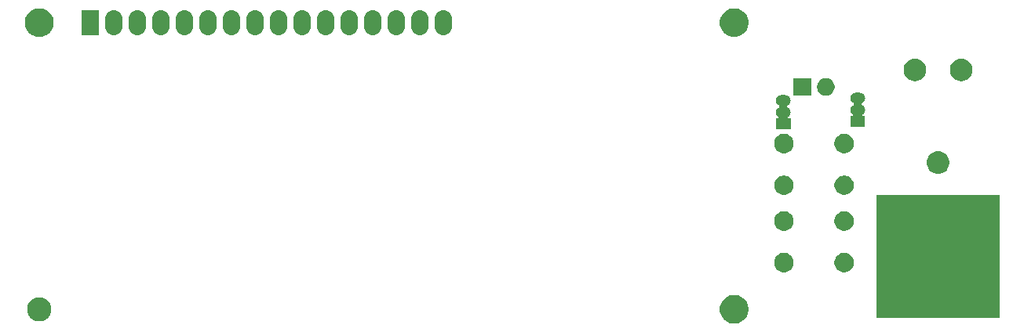
<source format=gbr>
G04 #@! TF.GenerationSoftware,KiCad,Pcbnew,5.1.5+dfsg1-2build2*
G04 #@! TF.CreationDate,2020-07-01T21:43:33+02:00*
G04 #@! TF.ProjectId,BaSe_HMI_V1_1,42615365-5f48-44d4-995f-56315f312e6b,V1_0*
G04 #@! TF.SameCoordinates,Original*
G04 #@! TF.FileFunction,Soldermask,Bot*
G04 #@! TF.FilePolarity,Negative*
%FSLAX46Y46*%
G04 Gerber Fmt 4.6, Leading zero omitted, Abs format (unit mm)*
G04 Created by KiCad (PCBNEW 5.1.5+dfsg1-2build2) date 2020-07-01 21:43:33*
%MOMM*%
%LPD*%
G04 APERTURE LIST*
%ADD10C,0.100000*%
G04 APERTURE END LIST*
D10*
G36*
X146106000Y-68613500D02*
G01*
X146106000Y-81913500D01*
X132806000Y-81913500D01*
X132806000Y-68613500D01*
X146106000Y-68613500D01*
G37*
G36*
X117802065Y-79479502D02*
G01*
X117951890Y-79509304D01*
X118234154Y-79626221D01*
X118488185Y-79795959D01*
X118704221Y-80011995D01*
X118873959Y-80266026D01*
X118990876Y-80548290D01*
X119050480Y-80847940D01*
X119050480Y-81153460D01*
X118990876Y-81453110D01*
X118873959Y-81735374D01*
X118704221Y-81989405D01*
X118488185Y-82205441D01*
X118234154Y-82375179D01*
X117951890Y-82492096D01*
X117802065Y-82521898D01*
X117652241Y-82551700D01*
X117346719Y-82551700D01*
X117196895Y-82521898D01*
X117047070Y-82492096D01*
X116764806Y-82375179D01*
X116510775Y-82205441D01*
X116294739Y-81989405D01*
X116125001Y-81735374D01*
X116008084Y-81453110D01*
X115948480Y-81153460D01*
X115948480Y-80847940D01*
X116008084Y-80548290D01*
X116125001Y-80266026D01*
X116294739Y-80011995D01*
X116510775Y-79795959D01*
X116764806Y-79626221D01*
X117047070Y-79509304D01*
X117196895Y-79479502D01*
X117346719Y-79449700D01*
X117652241Y-79449700D01*
X117802065Y-79479502D01*
G37*
G36*
X42880387Y-79749696D02*
G01*
X43117153Y-79847768D01*
X43117155Y-79847769D01*
X43186243Y-79893932D01*
X43330239Y-79990147D01*
X43511453Y-80171361D01*
X43653832Y-80384447D01*
X43751904Y-80621213D01*
X43801900Y-80872561D01*
X43801900Y-81128839D01*
X43751904Y-81380187D01*
X43721698Y-81453110D01*
X43653831Y-81616955D01*
X43511453Y-81830039D01*
X43330239Y-82011253D01*
X43117155Y-82153631D01*
X43117154Y-82153632D01*
X43117153Y-82153632D01*
X42880387Y-82251704D01*
X42629039Y-82301700D01*
X42372761Y-82301700D01*
X42121413Y-82251704D01*
X41884647Y-82153632D01*
X41884646Y-82153632D01*
X41884645Y-82153631D01*
X41671561Y-82011253D01*
X41490347Y-81830039D01*
X41347969Y-81616955D01*
X41280102Y-81453110D01*
X41249896Y-81380187D01*
X41199900Y-81128839D01*
X41199900Y-80872561D01*
X41249896Y-80621213D01*
X41347968Y-80384447D01*
X41490347Y-80171361D01*
X41671561Y-79990147D01*
X41815557Y-79893932D01*
X41884645Y-79847769D01*
X41884647Y-79847768D01*
X42121413Y-79749696D01*
X42372761Y-79699700D01*
X42629039Y-79699700D01*
X42880387Y-79749696D01*
G37*
G36*
X123161284Y-74944749D02*
G01*
X123352553Y-75023975D01*
X123352555Y-75023976D01*
X123524693Y-75138995D01*
X123671085Y-75285387D01*
X123786105Y-75457527D01*
X123865331Y-75648796D01*
X123905720Y-75851844D01*
X123905720Y-76058876D01*
X123865331Y-76261924D01*
X123786105Y-76453193D01*
X123786104Y-76453195D01*
X123671085Y-76625333D01*
X123524693Y-76771725D01*
X123352555Y-76886744D01*
X123352554Y-76886745D01*
X123352553Y-76886745D01*
X123161284Y-76965971D01*
X122958236Y-77006360D01*
X122751204Y-77006360D01*
X122548156Y-76965971D01*
X122356887Y-76886745D01*
X122356886Y-76886745D01*
X122356885Y-76886744D01*
X122184747Y-76771725D01*
X122038355Y-76625333D01*
X121923336Y-76453195D01*
X121923335Y-76453193D01*
X121844109Y-76261924D01*
X121803720Y-76058876D01*
X121803720Y-75851844D01*
X121844109Y-75648796D01*
X121923335Y-75457527D01*
X122038355Y-75285387D01*
X122184747Y-75138995D01*
X122356885Y-75023976D01*
X122356887Y-75023975D01*
X122548156Y-74944749D01*
X122751204Y-74904360D01*
X122958236Y-74904360D01*
X123161284Y-74944749D01*
G37*
G36*
X129661284Y-74944749D02*
G01*
X129852553Y-75023975D01*
X129852555Y-75023976D01*
X130024693Y-75138995D01*
X130171085Y-75285387D01*
X130286105Y-75457527D01*
X130365331Y-75648796D01*
X130405720Y-75851844D01*
X130405720Y-76058876D01*
X130365331Y-76261924D01*
X130286105Y-76453193D01*
X130286104Y-76453195D01*
X130171085Y-76625333D01*
X130024693Y-76771725D01*
X129852555Y-76886744D01*
X129852554Y-76886745D01*
X129852553Y-76886745D01*
X129661284Y-76965971D01*
X129458236Y-77006360D01*
X129251204Y-77006360D01*
X129048156Y-76965971D01*
X128856887Y-76886745D01*
X128856886Y-76886745D01*
X128856885Y-76886744D01*
X128684747Y-76771725D01*
X128538355Y-76625333D01*
X128423336Y-76453195D01*
X128423335Y-76453193D01*
X128344109Y-76261924D01*
X128303720Y-76058876D01*
X128303720Y-75851844D01*
X128344109Y-75648796D01*
X128423335Y-75457527D01*
X128538355Y-75285387D01*
X128684747Y-75138995D01*
X128856885Y-75023976D01*
X128856887Y-75023975D01*
X129048156Y-74944749D01*
X129251204Y-74904360D01*
X129458236Y-74904360D01*
X129661284Y-74944749D01*
G37*
G36*
X123161284Y-70444749D02*
G01*
X123352553Y-70523975D01*
X123352555Y-70523976D01*
X123524693Y-70638995D01*
X123671085Y-70785387D01*
X123786105Y-70957527D01*
X123865331Y-71148796D01*
X123905720Y-71351844D01*
X123905720Y-71558876D01*
X123865331Y-71761924D01*
X123786105Y-71953193D01*
X123786104Y-71953195D01*
X123671085Y-72125333D01*
X123524693Y-72271725D01*
X123352555Y-72386744D01*
X123352554Y-72386745D01*
X123352553Y-72386745D01*
X123161284Y-72465971D01*
X122958236Y-72506360D01*
X122751204Y-72506360D01*
X122548156Y-72465971D01*
X122356887Y-72386745D01*
X122356886Y-72386745D01*
X122356885Y-72386744D01*
X122184747Y-72271725D01*
X122038355Y-72125333D01*
X121923336Y-71953195D01*
X121923335Y-71953193D01*
X121844109Y-71761924D01*
X121803720Y-71558876D01*
X121803720Y-71351844D01*
X121844109Y-71148796D01*
X121923335Y-70957527D01*
X122038355Y-70785387D01*
X122184747Y-70638995D01*
X122356885Y-70523976D01*
X122356887Y-70523975D01*
X122548156Y-70444749D01*
X122751204Y-70404360D01*
X122958236Y-70404360D01*
X123161284Y-70444749D01*
G37*
G36*
X129661284Y-70444749D02*
G01*
X129852553Y-70523975D01*
X129852555Y-70523976D01*
X130024693Y-70638995D01*
X130171085Y-70785387D01*
X130286105Y-70957527D01*
X130365331Y-71148796D01*
X130405720Y-71351844D01*
X130405720Y-71558876D01*
X130365331Y-71761924D01*
X130286105Y-71953193D01*
X130286104Y-71953195D01*
X130171085Y-72125333D01*
X130024693Y-72271725D01*
X129852555Y-72386744D01*
X129852554Y-72386745D01*
X129852553Y-72386745D01*
X129661284Y-72465971D01*
X129458236Y-72506360D01*
X129251204Y-72506360D01*
X129048156Y-72465971D01*
X128856887Y-72386745D01*
X128856886Y-72386745D01*
X128856885Y-72386744D01*
X128684747Y-72271725D01*
X128538355Y-72125333D01*
X128423336Y-71953195D01*
X128423335Y-71953193D01*
X128344109Y-71761924D01*
X128303720Y-71558876D01*
X128303720Y-71351844D01*
X128344109Y-71148796D01*
X128423335Y-70957527D01*
X128538355Y-70785387D01*
X128684747Y-70638995D01*
X128856885Y-70523976D01*
X128856887Y-70523975D01*
X129048156Y-70444749D01*
X129251204Y-70404360D01*
X129458236Y-70404360D01*
X129661284Y-70444749D01*
G37*
G36*
X123161284Y-66567749D02*
G01*
X123352553Y-66646975D01*
X123352555Y-66646976D01*
X123524693Y-66761995D01*
X123671085Y-66908387D01*
X123786105Y-67080527D01*
X123865331Y-67271796D01*
X123905720Y-67474844D01*
X123905720Y-67681876D01*
X123865331Y-67884924D01*
X123786105Y-68076193D01*
X123786104Y-68076195D01*
X123671085Y-68248333D01*
X123524693Y-68394725D01*
X123352555Y-68509744D01*
X123352554Y-68509745D01*
X123352553Y-68509745D01*
X123161284Y-68588971D01*
X122958236Y-68629360D01*
X122751204Y-68629360D01*
X122548156Y-68588971D01*
X122356887Y-68509745D01*
X122356886Y-68509745D01*
X122356885Y-68509744D01*
X122184747Y-68394725D01*
X122038355Y-68248333D01*
X121923336Y-68076195D01*
X121923335Y-68076193D01*
X121844109Y-67884924D01*
X121803720Y-67681876D01*
X121803720Y-67474844D01*
X121844109Y-67271796D01*
X121923335Y-67080527D01*
X122038355Y-66908387D01*
X122184747Y-66761995D01*
X122356885Y-66646976D01*
X122356887Y-66646975D01*
X122548156Y-66567749D01*
X122751204Y-66527360D01*
X122958236Y-66527360D01*
X123161284Y-66567749D01*
G37*
G36*
X129661284Y-66567749D02*
G01*
X129852553Y-66646975D01*
X129852555Y-66646976D01*
X130024693Y-66761995D01*
X130171085Y-66908387D01*
X130286105Y-67080527D01*
X130365331Y-67271796D01*
X130405720Y-67474844D01*
X130405720Y-67681876D01*
X130365331Y-67884924D01*
X130286105Y-68076193D01*
X130286104Y-68076195D01*
X130171085Y-68248333D01*
X130024693Y-68394725D01*
X129852555Y-68509744D01*
X129852554Y-68509745D01*
X129852553Y-68509745D01*
X129661284Y-68588971D01*
X129458236Y-68629360D01*
X129251204Y-68629360D01*
X129048156Y-68588971D01*
X128856887Y-68509745D01*
X128856886Y-68509745D01*
X128856885Y-68509744D01*
X128684747Y-68394725D01*
X128538355Y-68248333D01*
X128423336Y-68076195D01*
X128423335Y-68076193D01*
X128344109Y-67884924D01*
X128303720Y-67681876D01*
X128303720Y-67474844D01*
X128344109Y-67271796D01*
X128423335Y-67080527D01*
X128538355Y-66908387D01*
X128684747Y-66761995D01*
X128856885Y-66646976D01*
X128856887Y-66646975D01*
X129048156Y-66567749D01*
X129251204Y-66527360D01*
X129458236Y-66527360D01*
X129661284Y-66567749D01*
G37*
G36*
X139724205Y-63920461D02*
G01*
X139842153Y-63943922D01*
X139934194Y-63982047D01*
X140064359Y-64035963D01*
X140264342Y-64169587D01*
X140434413Y-64339658D01*
X140568037Y-64539641D01*
X140660078Y-64761848D01*
X140707000Y-64997741D01*
X140707000Y-65238259D01*
X140660078Y-65474152D01*
X140568037Y-65696359D01*
X140434413Y-65896342D01*
X140264342Y-66066413D01*
X140064359Y-66200037D01*
X139934194Y-66253953D01*
X139842153Y-66292078D01*
X139724205Y-66315539D01*
X139606259Y-66339000D01*
X139365741Y-66339000D01*
X139247795Y-66315539D01*
X139129847Y-66292078D01*
X139037806Y-66253953D01*
X138907641Y-66200037D01*
X138707658Y-66066413D01*
X138537587Y-65896342D01*
X138403963Y-65696359D01*
X138311922Y-65474152D01*
X138265000Y-65238259D01*
X138265000Y-64997741D01*
X138311922Y-64761848D01*
X138403963Y-64539641D01*
X138537587Y-64339658D01*
X138707658Y-64169587D01*
X138907641Y-64035963D01*
X139037806Y-63982047D01*
X139129847Y-63943922D01*
X139247795Y-63920461D01*
X139365741Y-63897000D01*
X139606259Y-63897000D01*
X139724205Y-63920461D01*
G37*
G36*
X129661284Y-62067749D02*
G01*
X129852553Y-62146975D01*
X129852555Y-62146976D01*
X130024693Y-62261995D01*
X130171085Y-62408387D01*
X130286105Y-62580527D01*
X130365331Y-62771796D01*
X130405720Y-62974844D01*
X130405720Y-63181876D01*
X130365331Y-63384924D01*
X130286105Y-63576193D01*
X130286104Y-63576195D01*
X130171085Y-63748333D01*
X130024693Y-63894725D01*
X129852555Y-64009744D01*
X129852554Y-64009745D01*
X129852553Y-64009745D01*
X129661284Y-64088971D01*
X129458236Y-64129360D01*
X129251204Y-64129360D01*
X129048156Y-64088971D01*
X128856887Y-64009745D01*
X128856886Y-64009745D01*
X128856885Y-64009744D01*
X128684747Y-63894725D01*
X128538355Y-63748333D01*
X128423336Y-63576195D01*
X128423335Y-63576193D01*
X128344109Y-63384924D01*
X128303720Y-63181876D01*
X128303720Y-62974844D01*
X128344109Y-62771796D01*
X128423335Y-62580527D01*
X128538355Y-62408387D01*
X128684747Y-62261995D01*
X128856885Y-62146976D01*
X128856887Y-62146975D01*
X129048156Y-62067749D01*
X129251204Y-62027360D01*
X129458236Y-62027360D01*
X129661284Y-62067749D01*
G37*
G36*
X123161284Y-62067749D02*
G01*
X123352553Y-62146975D01*
X123352555Y-62146976D01*
X123524693Y-62261995D01*
X123671085Y-62408387D01*
X123786105Y-62580527D01*
X123865331Y-62771796D01*
X123905720Y-62974844D01*
X123905720Y-63181876D01*
X123865331Y-63384924D01*
X123786105Y-63576193D01*
X123786104Y-63576195D01*
X123671085Y-63748333D01*
X123524693Y-63894725D01*
X123352555Y-64009744D01*
X123352554Y-64009745D01*
X123352553Y-64009745D01*
X123161284Y-64088971D01*
X122958236Y-64129360D01*
X122751204Y-64129360D01*
X122548156Y-64088971D01*
X122356887Y-64009745D01*
X122356886Y-64009745D01*
X122356885Y-64009744D01*
X122184747Y-63894725D01*
X122038355Y-63748333D01*
X121923336Y-63576195D01*
X121923335Y-63576193D01*
X121844109Y-63384924D01*
X121803720Y-63181876D01*
X121803720Y-62974844D01*
X121844109Y-62771796D01*
X121923335Y-62580527D01*
X122038355Y-62408387D01*
X122184747Y-62261995D01*
X122356885Y-62146976D01*
X122356887Y-62146975D01*
X122548156Y-62067749D01*
X122751204Y-62027360D01*
X122958236Y-62027360D01*
X123161284Y-62067749D01*
G37*
G36*
X123107916Y-57852334D02*
G01*
X123216492Y-57885271D01*
X123216495Y-57885272D01*
X123252601Y-57904571D01*
X123316557Y-57938756D01*
X123404264Y-58010736D01*
X123476244Y-58098443D01*
X123510429Y-58162399D01*
X123529728Y-58198505D01*
X123529729Y-58198508D01*
X123562666Y-58307084D01*
X123573787Y-58420000D01*
X123562666Y-58532916D01*
X123529729Y-58641492D01*
X123529728Y-58641495D01*
X123526655Y-58647244D01*
X123476244Y-58741557D01*
X123404264Y-58829264D01*
X123316557Y-58901244D01*
X123235141Y-58944761D01*
X123214766Y-58958375D01*
X123197439Y-58975702D01*
X123183826Y-58996076D01*
X123174448Y-59018715D01*
X123169668Y-59042748D01*
X123169668Y-59067252D01*
X123174448Y-59091285D01*
X123183826Y-59113924D01*
X123197440Y-59134299D01*
X123214767Y-59151626D01*
X123235141Y-59165239D01*
X123316557Y-59208756D01*
X123404264Y-59280736D01*
X123476244Y-59368443D01*
X123510429Y-59432399D01*
X123529728Y-59468505D01*
X123529729Y-59468508D01*
X123562666Y-59577084D01*
X123573787Y-59690000D01*
X123562666Y-59802916D01*
X123529729Y-59911492D01*
X123529728Y-59911495D01*
X123526992Y-59916613D01*
X123476244Y-60011557D01*
X123404264Y-60099264D01*
X123327354Y-60162383D01*
X123310035Y-60179702D01*
X123296421Y-60200077D01*
X123287043Y-60222716D01*
X123282263Y-60246749D01*
X123282263Y-60271253D01*
X123287043Y-60295286D01*
X123296421Y-60317925D01*
X123310034Y-60338299D01*
X123327361Y-60355626D01*
X123347736Y-60369240D01*
X123370375Y-60378618D01*
X123394408Y-60383398D01*
X123406660Y-60384000D01*
X123571000Y-60384000D01*
X123571000Y-61536000D01*
X121969000Y-61536000D01*
X121969000Y-60384000D01*
X122133340Y-60384000D01*
X122157726Y-60381598D01*
X122181175Y-60374485D01*
X122202786Y-60362934D01*
X122221728Y-60347389D01*
X122237273Y-60328447D01*
X122248824Y-60306836D01*
X122255937Y-60283387D01*
X122258339Y-60259001D01*
X122255937Y-60234615D01*
X122248824Y-60211166D01*
X122237273Y-60189555D01*
X122221728Y-60170613D01*
X122212655Y-60162391D01*
X122135736Y-60099264D01*
X122063756Y-60011557D01*
X122013008Y-59916613D01*
X122010272Y-59911495D01*
X122010271Y-59911492D01*
X121977334Y-59802916D01*
X121966213Y-59690000D01*
X121977334Y-59577084D01*
X122010271Y-59468508D01*
X122010272Y-59468505D01*
X122029571Y-59432399D01*
X122063756Y-59368443D01*
X122135736Y-59280736D01*
X122223443Y-59208756D01*
X122304859Y-59165239D01*
X122325234Y-59151625D01*
X122342561Y-59134298D01*
X122356174Y-59113924D01*
X122365552Y-59091285D01*
X122370332Y-59067252D01*
X122370332Y-59042748D01*
X122365552Y-59018715D01*
X122356174Y-58996076D01*
X122342560Y-58975701D01*
X122325233Y-58958374D01*
X122304859Y-58944761D01*
X122223443Y-58901244D01*
X122135736Y-58829264D01*
X122063756Y-58741557D01*
X122013345Y-58647244D01*
X122010272Y-58641495D01*
X122010271Y-58641492D01*
X121977334Y-58532916D01*
X121966213Y-58420000D01*
X121977334Y-58307084D01*
X122010271Y-58198508D01*
X122010272Y-58198505D01*
X122029571Y-58162399D01*
X122063756Y-58098443D01*
X122135736Y-58010736D01*
X122223443Y-57938756D01*
X122287399Y-57904571D01*
X122323505Y-57885272D01*
X122323508Y-57885271D01*
X122432084Y-57852334D01*
X122516702Y-57844000D01*
X123023298Y-57844000D01*
X123107916Y-57852334D01*
G37*
G36*
X131147916Y-57598334D02*
G01*
X131256492Y-57631271D01*
X131256495Y-57631272D01*
X131292601Y-57650571D01*
X131356557Y-57684756D01*
X131444264Y-57756736D01*
X131516244Y-57844443D01*
X131538067Y-57885272D01*
X131569728Y-57944505D01*
X131569729Y-57944508D01*
X131602666Y-58053084D01*
X131613787Y-58166000D01*
X131602666Y-58278916D01*
X131569729Y-58387492D01*
X131569728Y-58387495D01*
X131552353Y-58420000D01*
X131516244Y-58487557D01*
X131444264Y-58575264D01*
X131356557Y-58647244D01*
X131275141Y-58690761D01*
X131254766Y-58704375D01*
X131237439Y-58721702D01*
X131223826Y-58742076D01*
X131214448Y-58764715D01*
X131209668Y-58788748D01*
X131209668Y-58813252D01*
X131214448Y-58837285D01*
X131223826Y-58859924D01*
X131237440Y-58880299D01*
X131254767Y-58897626D01*
X131275141Y-58911239D01*
X131356557Y-58954756D01*
X131444264Y-59026736D01*
X131516244Y-59114443D01*
X131550429Y-59178399D01*
X131569728Y-59214505D01*
X131569729Y-59214508D01*
X131602666Y-59323084D01*
X131613787Y-59436000D01*
X131602666Y-59548916D01*
X131569729Y-59657492D01*
X131569728Y-59657495D01*
X131552353Y-59690000D01*
X131516244Y-59757557D01*
X131444264Y-59845264D01*
X131367354Y-59908383D01*
X131350035Y-59925702D01*
X131336421Y-59946077D01*
X131327043Y-59968716D01*
X131322263Y-59992749D01*
X131322263Y-60017253D01*
X131327043Y-60041286D01*
X131336421Y-60063925D01*
X131350034Y-60084299D01*
X131367361Y-60101626D01*
X131387736Y-60115240D01*
X131410375Y-60124618D01*
X131434408Y-60129398D01*
X131446660Y-60130000D01*
X131611000Y-60130000D01*
X131611000Y-61282000D01*
X130009000Y-61282000D01*
X130009000Y-60130000D01*
X130173340Y-60130000D01*
X130197726Y-60127598D01*
X130221175Y-60120485D01*
X130242786Y-60108934D01*
X130261728Y-60093389D01*
X130277273Y-60074447D01*
X130288824Y-60052836D01*
X130295937Y-60029387D01*
X130298339Y-60005001D01*
X130295937Y-59980615D01*
X130288824Y-59957166D01*
X130277273Y-59935555D01*
X130261728Y-59916613D01*
X130252655Y-59908391D01*
X130175736Y-59845264D01*
X130103756Y-59757557D01*
X130067647Y-59690000D01*
X130050272Y-59657495D01*
X130050271Y-59657492D01*
X130017334Y-59548916D01*
X130006213Y-59436000D01*
X130017334Y-59323084D01*
X130050271Y-59214508D01*
X130050272Y-59214505D01*
X130069571Y-59178399D01*
X130103756Y-59114443D01*
X130175736Y-59026736D01*
X130263443Y-58954756D01*
X130344859Y-58911239D01*
X130365234Y-58897625D01*
X130382561Y-58880298D01*
X130396174Y-58859924D01*
X130405552Y-58837285D01*
X130410332Y-58813252D01*
X130410332Y-58788748D01*
X130405552Y-58764715D01*
X130396174Y-58742076D01*
X130382560Y-58721701D01*
X130365233Y-58704374D01*
X130344859Y-58690761D01*
X130263443Y-58647244D01*
X130175736Y-58575264D01*
X130103756Y-58487557D01*
X130067647Y-58420000D01*
X130050272Y-58387495D01*
X130050271Y-58387492D01*
X130017334Y-58278916D01*
X130006213Y-58166000D01*
X130017334Y-58053084D01*
X130050271Y-57944508D01*
X130050272Y-57944505D01*
X130081933Y-57885272D01*
X130103756Y-57844443D01*
X130175736Y-57756736D01*
X130263443Y-57684756D01*
X130327399Y-57650571D01*
X130363505Y-57631272D01*
X130363508Y-57631271D01*
X130472084Y-57598334D01*
X130556702Y-57590000D01*
X131063298Y-57590000D01*
X131147916Y-57598334D01*
G37*
G36*
X125784380Y-57910500D02*
G01*
X123882380Y-57910500D01*
X123882380Y-56008500D01*
X125784380Y-56008500D01*
X125784380Y-57910500D01*
G37*
G36*
X127650775Y-56045046D02*
G01*
X127823846Y-56116734D01*
X127823847Y-56116735D01*
X127979607Y-56220810D01*
X128112070Y-56353273D01*
X128112071Y-56353275D01*
X128216146Y-56509034D01*
X128287834Y-56682105D01*
X128324380Y-56865833D01*
X128324380Y-57053167D01*
X128287834Y-57236895D01*
X128216146Y-57409966D01*
X128216145Y-57409967D01*
X128112070Y-57565727D01*
X127979607Y-57698190D01*
X127901198Y-57750581D01*
X127823846Y-57802266D01*
X127650775Y-57873954D01*
X127467047Y-57910500D01*
X127279713Y-57910500D01*
X127095985Y-57873954D01*
X126922914Y-57802266D01*
X126845562Y-57750581D01*
X126767153Y-57698190D01*
X126634690Y-57565727D01*
X126530615Y-57409967D01*
X126530614Y-57409966D01*
X126458926Y-57236895D01*
X126422380Y-57053167D01*
X126422380Y-56865833D01*
X126458926Y-56682105D01*
X126530614Y-56509034D01*
X126634689Y-56353275D01*
X126634690Y-56353273D01*
X126767153Y-56220810D01*
X126922913Y-56116735D01*
X126922914Y-56116734D01*
X127095985Y-56045046D01*
X127279713Y-56008500D01*
X127467047Y-56008500D01*
X127650775Y-56045046D01*
G37*
G36*
X137224205Y-53920461D02*
G01*
X137342153Y-53943922D01*
X137434194Y-53982047D01*
X137564359Y-54035963D01*
X137764342Y-54169587D01*
X137934413Y-54339658D01*
X138068037Y-54539641D01*
X138160078Y-54761848D01*
X138207000Y-54997741D01*
X138207000Y-55238259D01*
X138160078Y-55474152D01*
X138068037Y-55696359D01*
X137934413Y-55896342D01*
X137764342Y-56066413D01*
X137564359Y-56200037D01*
X137514208Y-56220810D01*
X137342153Y-56292078D01*
X137224205Y-56315539D01*
X137106259Y-56339000D01*
X136865741Y-56339000D01*
X136747795Y-56315539D01*
X136629847Y-56292078D01*
X136457792Y-56220810D01*
X136407641Y-56200037D01*
X136207658Y-56066413D01*
X136037587Y-55896342D01*
X135903963Y-55696359D01*
X135811922Y-55474152D01*
X135765000Y-55238259D01*
X135765000Y-54997741D01*
X135811922Y-54761848D01*
X135903963Y-54539641D01*
X136037587Y-54339658D01*
X136207658Y-54169587D01*
X136407641Y-54035963D01*
X136537806Y-53982047D01*
X136629847Y-53943922D01*
X136747795Y-53920461D01*
X136865741Y-53897000D01*
X137106259Y-53897000D01*
X137224205Y-53920461D01*
G37*
G36*
X142224205Y-53920461D02*
G01*
X142342153Y-53943922D01*
X142434194Y-53982047D01*
X142564359Y-54035963D01*
X142764342Y-54169587D01*
X142934413Y-54339658D01*
X143068037Y-54539641D01*
X143160078Y-54761848D01*
X143207000Y-54997741D01*
X143207000Y-55238259D01*
X143160078Y-55474152D01*
X143068037Y-55696359D01*
X142934413Y-55896342D01*
X142764342Y-56066413D01*
X142564359Y-56200037D01*
X142514208Y-56220810D01*
X142342153Y-56292078D01*
X142224205Y-56315539D01*
X142106259Y-56339000D01*
X141865741Y-56339000D01*
X141747795Y-56315539D01*
X141629847Y-56292078D01*
X141457792Y-56220810D01*
X141407641Y-56200037D01*
X141207658Y-56066413D01*
X141037587Y-55896342D01*
X140903963Y-55696359D01*
X140811922Y-55474152D01*
X140765000Y-55238259D01*
X140765000Y-54997741D01*
X140811922Y-54761848D01*
X140903963Y-54539641D01*
X141037587Y-54339658D01*
X141207658Y-54169587D01*
X141407641Y-54035963D01*
X141537806Y-53982047D01*
X141629847Y-53943922D01*
X141747795Y-53920461D01*
X141865741Y-53897000D01*
X142106259Y-53897000D01*
X142224205Y-53920461D01*
G37*
G36*
X42803485Y-48478802D02*
G01*
X42953310Y-48508604D01*
X43235574Y-48625521D01*
X43489605Y-48795259D01*
X43705641Y-49011295D01*
X43875379Y-49265326D01*
X43992296Y-49547590D01*
X44051900Y-49847240D01*
X44051900Y-50152760D01*
X43992296Y-50452410D01*
X43875379Y-50734674D01*
X43705641Y-50988705D01*
X43489605Y-51204741D01*
X43235574Y-51374479D01*
X42953310Y-51491396D01*
X42803485Y-51521198D01*
X42653661Y-51551000D01*
X42348139Y-51551000D01*
X42198315Y-51521198D01*
X42048490Y-51491396D01*
X41766226Y-51374479D01*
X41512195Y-51204741D01*
X41296159Y-50988705D01*
X41126421Y-50734674D01*
X41009504Y-50452410D01*
X40949900Y-50152760D01*
X40949900Y-49847240D01*
X41009504Y-49547590D01*
X41126421Y-49265326D01*
X41296159Y-49011295D01*
X41512195Y-48795259D01*
X41766226Y-48625521D01*
X42048490Y-48508604D01*
X42198315Y-48478802D01*
X42348139Y-48449000D01*
X42653661Y-48449000D01*
X42803485Y-48478802D01*
G37*
G36*
X117802585Y-48478802D02*
G01*
X117952410Y-48508604D01*
X118234674Y-48625521D01*
X118488705Y-48795259D01*
X118704741Y-49011295D01*
X118874479Y-49265326D01*
X118991396Y-49547590D01*
X119051000Y-49847240D01*
X119051000Y-50152760D01*
X118991396Y-50452410D01*
X118874479Y-50734674D01*
X118704741Y-50988705D01*
X118488705Y-51204741D01*
X118234674Y-51374479D01*
X117952410Y-51491396D01*
X117802585Y-51521198D01*
X117652761Y-51551000D01*
X117347239Y-51551000D01*
X117197415Y-51521198D01*
X117047590Y-51491396D01*
X116765326Y-51374479D01*
X116511295Y-51204741D01*
X116295259Y-50988705D01*
X116125521Y-50734674D01*
X116008604Y-50452410D01*
X115949000Y-50152760D01*
X115949000Y-49847240D01*
X116008604Y-49547590D01*
X116125521Y-49265326D01*
X116295259Y-49011295D01*
X116511295Y-48795259D01*
X116765326Y-48625521D01*
X117047590Y-48508604D01*
X117197415Y-48478802D01*
X117347239Y-48449000D01*
X117652761Y-48449000D01*
X117802585Y-48478802D01*
G37*
G36*
X78666424Y-48662760D02*
G01*
X78666427Y-48662761D01*
X78666428Y-48662761D01*
X78845692Y-48717140D01*
X78845695Y-48717142D01*
X78845696Y-48717142D01*
X79010903Y-48805446D01*
X79155712Y-48924288D01*
X79274554Y-49069097D01*
X79309044Y-49133624D01*
X79362860Y-49234307D01*
X79382832Y-49300147D01*
X79417240Y-49413575D01*
X79431000Y-49553282D01*
X79431000Y-50446717D01*
X79417240Y-50586426D01*
X79362859Y-50765695D01*
X79274554Y-50930903D01*
X79155712Y-51075712D01*
X79010903Y-51194554D01*
X78845697Y-51282858D01*
X78845693Y-51282860D01*
X78666429Y-51337239D01*
X78666428Y-51337239D01*
X78666425Y-51337240D01*
X78480000Y-51355601D01*
X78293576Y-51337240D01*
X78293573Y-51337239D01*
X78293572Y-51337239D01*
X78114308Y-51282860D01*
X78114304Y-51282858D01*
X77949098Y-51194554D01*
X77804289Y-51075712D01*
X77685447Y-50930903D01*
X77597140Y-50765692D01*
X77542760Y-50586430D01*
X77529000Y-50446718D01*
X77529000Y-49553283D01*
X77542760Y-49413576D01*
X77542761Y-49413572D01*
X77597140Y-49234308D01*
X77597143Y-49234303D01*
X77685446Y-49069097D01*
X77804288Y-48924288D01*
X77949097Y-48805446D01*
X78114303Y-48717142D01*
X78114304Y-48717142D01*
X78114307Y-48717140D01*
X78293571Y-48662761D01*
X78293572Y-48662761D01*
X78293575Y-48662760D01*
X78480000Y-48644399D01*
X78666424Y-48662760D01*
G37*
G36*
X86286424Y-48662760D02*
G01*
X86286427Y-48662761D01*
X86286428Y-48662761D01*
X86465692Y-48717140D01*
X86465695Y-48717142D01*
X86465696Y-48717142D01*
X86630903Y-48805446D01*
X86775712Y-48924288D01*
X86894554Y-49069097D01*
X86929044Y-49133624D01*
X86982860Y-49234307D01*
X87002832Y-49300147D01*
X87037240Y-49413575D01*
X87051000Y-49553282D01*
X87051000Y-50446717D01*
X87037240Y-50586426D01*
X86982859Y-50765695D01*
X86894554Y-50930903D01*
X86775712Y-51075712D01*
X86630903Y-51194554D01*
X86465697Y-51282858D01*
X86465693Y-51282860D01*
X86286429Y-51337239D01*
X86286428Y-51337239D01*
X86286425Y-51337240D01*
X86100000Y-51355601D01*
X85913576Y-51337240D01*
X85913573Y-51337239D01*
X85913572Y-51337239D01*
X85734308Y-51282860D01*
X85734304Y-51282858D01*
X85569098Y-51194554D01*
X85424289Y-51075712D01*
X85305447Y-50930903D01*
X85217140Y-50765692D01*
X85162760Y-50586430D01*
X85149000Y-50446718D01*
X85149000Y-49553283D01*
X85162760Y-49413576D01*
X85162761Y-49413572D01*
X85217140Y-49234308D01*
X85217143Y-49234303D01*
X85305446Y-49069097D01*
X85424288Y-48924288D01*
X85569097Y-48805446D01*
X85734303Y-48717142D01*
X85734304Y-48717142D01*
X85734307Y-48717140D01*
X85913571Y-48662761D01*
X85913572Y-48662761D01*
X85913575Y-48662760D01*
X86100000Y-48644399D01*
X86286424Y-48662760D01*
G37*
G36*
X83746424Y-48662760D02*
G01*
X83746427Y-48662761D01*
X83746428Y-48662761D01*
X83925692Y-48717140D01*
X83925695Y-48717142D01*
X83925696Y-48717142D01*
X84090903Y-48805446D01*
X84235712Y-48924288D01*
X84354554Y-49069097D01*
X84389044Y-49133624D01*
X84442860Y-49234307D01*
X84462832Y-49300147D01*
X84497240Y-49413575D01*
X84511000Y-49553282D01*
X84511000Y-50446717D01*
X84497240Y-50586426D01*
X84442859Y-50765695D01*
X84354554Y-50930903D01*
X84235712Y-51075712D01*
X84090903Y-51194554D01*
X83925697Y-51282858D01*
X83925693Y-51282860D01*
X83746429Y-51337239D01*
X83746428Y-51337239D01*
X83746425Y-51337240D01*
X83560000Y-51355601D01*
X83373576Y-51337240D01*
X83373573Y-51337239D01*
X83373572Y-51337239D01*
X83194308Y-51282860D01*
X83194304Y-51282858D01*
X83029098Y-51194554D01*
X82884289Y-51075712D01*
X82765447Y-50930903D01*
X82677140Y-50765692D01*
X82622760Y-50586430D01*
X82609000Y-50446718D01*
X82609000Y-49553283D01*
X82622760Y-49413576D01*
X82622761Y-49413572D01*
X82677140Y-49234308D01*
X82677143Y-49234303D01*
X82765446Y-49069097D01*
X82884288Y-48924288D01*
X83029097Y-48805446D01*
X83194303Y-48717142D01*
X83194304Y-48717142D01*
X83194307Y-48717140D01*
X83373571Y-48662761D01*
X83373572Y-48662761D01*
X83373575Y-48662760D01*
X83560000Y-48644399D01*
X83746424Y-48662760D01*
G37*
G36*
X81206424Y-48662760D02*
G01*
X81206427Y-48662761D01*
X81206428Y-48662761D01*
X81385692Y-48717140D01*
X81385695Y-48717142D01*
X81385696Y-48717142D01*
X81550903Y-48805446D01*
X81695712Y-48924288D01*
X81814554Y-49069097D01*
X81849044Y-49133624D01*
X81902860Y-49234307D01*
X81922832Y-49300147D01*
X81957240Y-49413575D01*
X81971000Y-49553282D01*
X81971000Y-50446717D01*
X81957240Y-50586426D01*
X81902859Y-50765695D01*
X81814554Y-50930903D01*
X81695712Y-51075712D01*
X81550903Y-51194554D01*
X81385697Y-51282858D01*
X81385693Y-51282860D01*
X81206429Y-51337239D01*
X81206428Y-51337239D01*
X81206425Y-51337240D01*
X81020000Y-51355601D01*
X80833576Y-51337240D01*
X80833573Y-51337239D01*
X80833572Y-51337239D01*
X80654308Y-51282860D01*
X80654304Y-51282858D01*
X80489098Y-51194554D01*
X80344289Y-51075712D01*
X80225447Y-50930903D01*
X80137140Y-50765692D01*
X80082760Y-50586430D01*
X80069000Y-50446718D01*
X80069000Y-49553283D01*
X80082760Y-49413576D01*
X80082761Y-49413572D01*
X80137140Y-49234308D01*
X80137143Y-49234303D01*
X80225446Y-49069097D01*
X80344288Y-48924288D01*
X80489097Y-48805446D01*
X80654303Y-48717142D01*
X80654304Y-48717142D01*
X80654307Y-48717140D01*
X80833571Y-48662761D01*
X80833572Y-48662761D01*
X80833575Y-48662760D01*
X81020000Y-48644399D01*
X81206424Y-48662760D01*
G37*
G36*
X50726424Y-48662760D02*
G01*
X50726427Y-48662761D01*
X50726428Y-48662761D01*
X50905692Y-48717140D01*
X50905695Y-48717142D01*
X50905696Y-48717142D01*
X51070903Y-48805446D01*
X51215712Y-48924288D01*
X51334554Y-49069097D01*
X51369044Y-49133624D01*
X51422860Y-49234307D01*
X51442832Y-49300147D01*
X51477240Y-49413575D01*
X51491000Y-49553282D01*
X51491000Y-50446717D01*
X51477240Y-50586426D01*
X51422859Y-50765695D01*
X51334554Y-50930903D01*
X51215712Y-51075712D01*
X51070903Y-51194554D01*
X50905697Y-51282858D01*
X50905693Y-51282860D01*
X50726429Y-51337239D01*
X50726428Y-51337239D01*
X50726425Y-51337240D01*
X50540000Y-51355601D01*
X50353576Y-51337240D01*
X50353573Y-51337239D01*
X50353572Y-51337239D01*
X50174308Y-51282860D01*
X50174304Y-51282858D01*
X50009098Y-51194554D01*
X49864289Y-51075712D01*
X49745447Y-50930903D01*
X49657140Y-50765692D01*
X49602760Y-50586430D01*
X49589000Y-50446718D01*
X49589000Y-49553283D01*
X49602760Y-49413576D01*
X49602761Y-49413572D01*
X49657140Y-49234308D01*
X49657143Y-49234303D01*
X49745446Y-49069097D01*
X49864288Y-48924288D01*
X50009097Y-48805446D01*
X50174303Y-48717142D01*
X50174304Y-48717142D01*
X50174307Y-48717140D01*
X50353571Y-48662761D01*
X50353572Y-48662761D01*
X50353575Y-48662760D01*
X50540000Y-48644399D01*
X50726424Y-48662760D01*
G37*
G36*
X53266424Y-48662760D02*
G01*
X53266427Y-48662761D01*
X53266428Y-48662761D01*
X53445692Y-48717140D01*
X53445695Y-48717142D01*
X53445696Y-48717142D01*
X53610903Y-48805446D01*
X53755712Y-48924288D01*
X53874554Y-49069097D01*
X53909044Y-49133624D01*
X53962860Y-49234307D01*
X53982832Y-49300147D01*
X54017240Y-49413575D01*
X54031000Y-49553282D01*
X54031000Y-50446717D01*
X54017240Y-50586426D01*
X53962859Y-50765695D01*
X53874554Y-50930903D01*
X53755712Y-51075712D01*
X53610903Y-51194554D01*
X53445697Y-51282858D01*
X53445693Y-51282860D01*
X53266429Y-51337239D01*
X53266428Y-51337239D01*
X53266425Y-51337240D01*
X53080000Y-51355601D01*
X52893576Y-51337240D01*
X52893573Y-51337239D01*
X52893572Y-51337239D01*
X52714308Y-51282860D01*
X52714304Y-51282858D01*
X52549098Y-51194554D01*
X52404289Y-51075712D01*
X52285447Y-50930903D01*
X52197140Y-50765692D01*
X52142760Y-50586430D01*
X52129000Y-50446718D01*
X52129000Y-49553283D01*
X52142760Y-49413576D01*
X52142761Y-49413572D01*
X52197140Y-49234308D01*
X52197143Y-49234303D01*
X52285446Y-49069097D01*
X52404288Y-48924288D01*
X52549097Y-48805446D01*
X52714303Y-48717142D01*
X52714304Y-48717142D01*
X52714307Y-48717140D01*
X52893571Y-48662761D01*
X52893572Y-48662761D01*
X52893575Y-48662760D01*
X53080000Y-48644399D01*
X53266424Y-48662760D01*
G37*
G36*
X55806424Y-48662760D02*
G01*
X55806427Y-48662761D01*
X55806428Y-48662761D01*
X55985692Y-48717140D01*
X55985695Y-48717142D01*
X55985696Y-48717142D01*
X56150903Y-48805446D01*
X56295712Y-48924288D01*
X56414554Y-49069097D01*
X56449044Y-49133624D01*
X56502860Y-49234307D01*
X56522832Y-49300147D01*
X56557240Y-49413575D01*
X56571000Y-49553282D01*
X56571000Y-50446717D01*
X56557240Y-50586426D01*
X56502859Y-50765695D01*
X56414554Y-50930903D01*
X56295712Y-51075712D01*
X56150903Y-51194554D01*
X55985697Y-51282858D01*
X55985693Y-51282860D01*
X55806429Y-51337239D01*
X55806428Y-51337239D01*
X55806425Y-51337240D01*
X55620000Y-51355601D01*
X55433576Y-51337240D01*
X55433573Y-51337239D01*
X55433572Y-51337239D01*
X55254308Y-51282860D01*
X55254304Y-51282858D01*
X55089098Y-51194554D01*
X54944289Y-51075712D01*
X54825447Y-50930903D01*
X54737140Y-50765692D01*
X54682760Y-50586430D01*
X54669000Y-50446718D01*
X54669000Y-49553283D01*
X54682760Y-49413576D01*
X54682761Y-49413572D01*
X54737140Y-49234308D01*
X54737143Y-49234303D01*
X54825446Y-49069097D01*
X54944288Y-48924288D01*
X55089097Y-48805446D01*
X55254303Y-48717142D01*
X55254304Y-48717142D01*
X55254307Y-48717140D01*
X55433571Y-48662761D01*
X55433572Y-48662761D01*
X55433575Y-48662760D01*
X55620000Y-48644399D01*
X55806424Y-48662760D01*
G37*
G36*
X58346424Y-48662760D02*
G01*
X58346427Y-48662761D01*
X58346428Y-48662761D01*
X58525692Y-48717140D01*
X58525695Y-48717142D01*
X58525696Y-48717142D01*
X58690903Y-48805446D01*
X58835712Y-48924288D01*
X58954554Y-49069097D01*
X58989044Y-49133624D01*
X59042860Y-49234307D01*
X59062832Y-49300147D01*
X59097240Y-49413575D01*
X59111000Y-49553282D01*
X59111000Y-50446717D01*
X59097240Y-50586426D01*
X59042859Y-50765695D01*
X58954554Y-50930903D01*
X58835712Y-51075712D01*
X58690903Y-51194554D01*
X58525697Y-51282858D01*
X58525693Y-51282860D01*
X58346429Y-51337239D01*
X58346428Y-51337239D01*
X58346425Y-51337240D01*
X58160000Y-51355601D01*
X57973576Y-51337240D01*
X57973573Y-51337239D01*
X57973572Y-51337239D01*
X57794308Y-51282860D01*
X57794304Y-51282858D01*
X57629098Y-51194554D01*
X57484289Y-51075712D01*
X57365447Y-50930903D01*
X57277140Y-50765692D01*
X57222760Y-50586430D01*
X57209000Y-50446718D01*
X57209000Y-49553283D01*
X57222760Y-49413576D01*
X57222761Y-49413572D01*
X57277140Y-49234308D01*
X57277143Y-49234303D01*
X57365446Y-49069097D01*
X57484288Y-48924288D01*
X57629097Y-48805446D01*
X57794303Y-48717142D01*
X57794304Y-48717142D01*
X57794307Y-48717140D01*
X57973571Y-48662761D01*
X57973572Y-48662761D01*
X57973575Y-48662760D01*
X58160000Y-48644399D01*
X58346424Y-48662760D01*
G37*
G36*
X60886424Y-48662760D02*
G01*
X60886427Y-48662761D01*
X60886428Y-48662761D01*
X61065692Y-48717140D01*
X61065695Y-48717142D01*
X61065696Y-48717142D01*
X61230903Y-48805446D01*
X61375712Y-48924288D01*
X61494554Y-49069097D01*
X61529044Y-49133624D01*
X61582860Y-49234307D01*
X61602832Y-49300147D01*
X61637240Y-49413575D01*
X61651000Y-49553282D01*
X61651000Y-50446717D01*
X61637240Y-50586426D01*
X61582859Y-50765695D01*
X61494554Y-50930903D01*
X61375712Y-51075712D01*
X61230903Y-51194554D01*
X61065697Y-51282858D01*
X61065693Y-51282860D01*
X60886429Y-51337239D01*
X60886428Y-51337239D01*
X60886425Y-51337240D01*
X60700000Y-51355601D01*
X60513576Y-51337240D01*
X60513573Y-51337239D01*
X60513572Y-51337239D01*
X60334308Y-51282860D01*
X60334304Y-51282858D01*
X60169098Y-51194554D01*
X60024289Y-51075712D01*
X59905447Y-50930903D01*
X59817140Y-50765692D01*
X59762760Y-50586430D01*
X59749000Y-50446718D01*
X59749000Y-49553283D01*
X59762760Y-49413576D01*
X59762761Y-49413572D01*
X59817140Y-49234308D01*
X59817143Y-49234303D01*
X59905446Y-49069097D01*
X60024288Y-48924288D01*
X60169097Y-48805446D01*
X60334303Y-48717142D01*
X60334304Y-48717142D01*
X60334307Y-48717140D01*
X60513571Y-48662761D01*
X60513572Y-48662761D01*
X60513575Y-48662760D01*
X60700000Y-48644399D01*
X60886424Y-48662760D01*
G37*
G36*
X63426424Y-48662760D02*
G01*
X63426427Y-48662761D01*
X63426428Y-48662761D01*
X63605692Y-48717140D01*
X63605695Y-48717142D01*
X63605696Y-48717142D01*
X63770903Y-48805446D01*
X63915712Y-48924288D01*
X64034554Y-49069097D01*
X64069044Y-49133624D01*
X64122860Y-49234307D01*
X64142832Y-49300147D01*
X64177240Y-49413575D01*
X64191000Y-49553282D01*
X64191000Y-50446717D01*
X64177240Y-50586426D01*
X64122859Y-50765695D01*
X64034554Y-50930903D01*
X63915712Y-51075712D01*
X63770903Y-51194554D01*
X63605697Y-51282858D01*
X63605693Y-51282860D01*
X63426429Y-51337239D01*
X63426428Y-51337239D01*
X63426425Y-51337240D01*
X63240000Y-51355601D01*
X63053576Y-51337240D01*
X63053573Y-51337239D01*
X63053572Y-51337239D01*
X62874308Y-51282860D01*
X62874304Y-51282858D01*
X62709098Y-51194554D01*
X62564289Y-51075712D01*
X62445447Y-50930903D01*
X62357140Y-50765692D01*
X62302760Y-50586430D01*
X62289000Y-50446718D01*
X62289000Y-49553283D01*
X62302760Y-49413576D01*
X62302761Y-49413572D01*
X62357140Y-49234308D01*
X62357143Y-49234303D01*
X62445446Y-49069097D01*
X62564288Y-48924288D01*
X62709097Y-48805446D01*
X62874303Y-48717142D01*
X62874304Y-48717142D01*
X62874307Y-48717140D01*
X63053571Y-48662761D01*
X63053572Y-48662761D01*
X63053575Y-48662760D01*
X63240000Y-48644399D01*
X63426424Y-48662760D01*
G37*
G36*
X65966424Y-48662760D02*
G01*
X65966427Y-48662761D01*
X65966428Y-48662761D01*
X66145692Y-48717140D01*
X66145695Y-48717142D01*
X66145696Y-48717142D01*
X66310903Y-48805446D01*
X66455712Y-48924288D01*
X66574554Y-49069097D01*
X66609044Y-49133624D01*
X66662860Y-49234307D01*
X66682832Y-49300147D01*
X66717240Y-49413575D01*
X66731000Y-49553282D01*
X66731000Y-50446717D01*
X66717240Y-50586426D01*
X66662859Y-50765695D01*
X66574554Y-50930903D01*
X66455712Y-51075712D01*
X66310903Y-51194554D01*
X66145697Y-51282858D01*
X66145693Y-51282860D01*
X65966429Y-51337239D01*
X65966428Y-51337239D01*
X65966425Y-51337240D01*
X65780000Y-51355601D01*
X65593576Y-51337240D01*
X65593573Y-51337239D01*
X65593572Y-51337239D01*
X65414308Y-51282860D01*
X65414304Y-51282858D01*
X65249098Y-51194554D01*
X65104289Y-51075712D01*
X64985447Y-50930903D01*
X64897140Y-50765692D01*
X64842760Y-50586430D01*
X64829000Y-50446718D01*
X64829000Y-49553283D01*
X64842760Y-49413576D01*
X64842761Y-49413572D01*
X64897140Y-49234308D01*
X64897143Y-49234303D01*
X64985446Y-49069097D01*
X65104288Y-48924288D01*
X65249097Y-48805446D01*
X65414303Y-48717142D01*
X65414304Y-48717142D01*
X65414307Y-48717140D01*
X65593571Y-48662761D01*
X65593572Y-48662761D01*
X65593575Y-48662760D01*
X65780000Y-48644399D01*
X65966424Y-48662760D01*
G37*
G36*
X68506424Y-48662760D02*
G01*
X68506427Y-48662761D01*
X68506428Y-48662761D01*
X68685692Y-48717140D01*
X68685695Y-48717142D01*
X68685696Y-48717142D01*
X68850903Y-48805446D01*
X68995712Y-48924288D01*
X69114554Y-49069097D01*
X69149044Y-49133624D01*
X69202860Y-49234307D01*
X69222832Y-49300147D01*
X69257240Y-49413575D01*
X69271000Y-49553282D01*
X69271000Y-50446717D01*
X69257240Y-50586426D01*
X69202859Y-50765695D01*
X69114554Y-50930903D01*
X68995712Y-51075712D01*
X68850903Y-51194554D01*
X68685697Y-51282858D01*
X68685693Y-51282860D01*
X68506429Y-51337239D01*
X68506428Y-51337239D01*
X68506425Y-51337240D01*
X68320000Y-51355601D01*
X68133576Y-51337240D01*
X68133573Y-51337239D01*
X68133572Y-51337239D01*
X67954308Y-51282860D01*
X67954304Y-51282858D01*
X67789098Y-51194554D01*
X67644289Y-51075712D01*
X67525447Y-50930903D01*
X67437140Y-50765692D01*
X67382760Y-50586430D01*
X67369000Y-50446718D01*
X67369000Y-49553283D01*
X67382760Y-49413576D01*
X67382761Y-49413572D01*
X67437140Y-49234308D01*
X67437143Y-49234303D01*
X67525446Y-49069097D01*
X67644288Y-48924288D01*
X67789097Y-48805446D01*
X67954303Y-48717142D01*
X67954304Y-48717142D01*
X67954307Y-48717140D01*
X68133571Y-48662761D01*
X68133572Y-48662761D01*
X68133575Y-48662760D01*
X68320000Y-48644399D01*
X68506424Y-48662760D01*
G37*
G36*
X71046424Y-48662760D02*
G01*
X71046427Y-48662761D01*
X71046428Y-48662761D01*
X71225692Y-48717140D01*
X71225695Y-48717142D01*
X71225696Y-48717142D01*
X71390903Y-48805446D01*
X71535712Y-48924288D01*
X71654554Y-49069097D01*
X71689044Y-49133624D01*
X71742860Y-49234307D01*
X71762832Y-49300147D01*
X71797240Y-49413575D01*
X71811000Y-49553282D01*
X71811000Y-50446717D01*
X71797240Y-50586426D01*
X71742859Y-50765695D01*
X71654554Y-50930903D01*
X71535712Y-51075712D01*
X71390903Y-51194554D01*
X71225697Y-51282858D01*
X71225693Y-51282860D01*
X71046429Y-51337239D01*
X71046428Y-51337239D01*
X71046425Y-51337240D01*
X70860000Y-51355601D01*
X70673576Y-51337240D01*
X70673573Y-51337239D01*
X70673572Y-51337239D01*
X70494308Y-51282860D01*
X70494304Y-51282858D01*
X70329098Y-51194554D01*
X70184289Y-51075712D01*
X70065447Y-50930903D01*
X69977140Y-50765692D01*
X69922760Y-50586430D01*
X69909000Y-50446718D01*
X69909000Y-49553283D01*
X69922760Y-49413576D01*
X69922761Y-49413572D01*
X69977140Y-49234308D01*
X69977143Y-49234303D01*
X70065446Y-49069097D01*
X70184288Y-48924288D01*
X70329097Y-48805446D01*
X70494303Y-48717142D01*
X70494304Y-48717142D01*
X70494307Y-48717140D01*
X70673571Y-48662761D01*
X70673572Y-48662761D01*
X70673575Y-48662760D01*
X70860000Y-48644399D01*
X71046424Y-48662760D01*
G37*
G36*
X73586424Y-48662760D02*
G01*
X73586427Y-48662761D01*
X73586428Y-48662761D01*
X73765692Y-48717140D01*
X73765695Y-48717142D01*
X73765696Y-48717142D01*
X73930903Y-48805446D01*
X74075712Y-48924288D01*
X74194554Y-49069097D01*
X74229044Y-49133624D01*
X74282860Y-49234307D01*
X74302832Y-49300147D01*
X74337240Y-49413575D01*
X74351000Y-49553282D01*
X74351000Y-50446717D01*
X74337240Y-50586426D01*
X74282859Y-50765695D01*
X74194554Y-50930903D01*
X74075712Y-51075712D01*
X73930903Y-51194554D01*
X73765697Y-51282858D01*
X73765693Y-51282860D01*
X73586429Y-51337239D01*
X73586428Y-51337239D01*
X73586425Y-51337240D01*
X73400000Y-51355601D01*
X73213576Y-51337240D01*
X73213573Y-51337239D01*
X73213572Y-51337239D01*
X73034308Y-51282860D01*
X73034304Y-51282858D01*
X72869098Y-51194554D01*
X72724289Y-51075712D01*
X72605447Y-50930903D01*
X72517140Y-50765692D01*
X72462760Y-50586430D01*
X72449000Y-50446718D01*
X72449000Y-49553283D01*
X72462760Y-49413576D01*
X72462761Y-49413572D01*
X72517140Y-49234308D01*
X72517143Y-49234303D01*
X72605446Y-49069097D01*
X72724288Y-48924288D01*
X72869097Y-48805446D01*
X73034303Y-48717142D01*
X73034304Y-48717142D01*
X73034307Y-48717140D01*
X73213571Y-48662761D01*
X73213572Y-48662761D01*
X73213575Y-48662760D01*
X73400000Y-48644399D01*
X73586424Y-48662760D01*
G37*
G36*
X76126424Y-48662760D02*
G01*
X76126427Y-48662761D01*
X76126428Y-48662761D01*
X76305692Y-48717140D01*
X76305695Y-48717142D01*
X76305696Y-48717142D01*
X76470903Y-48805446D01*
X76615712Y-48924288D01*
X76734554Y-49069097D01*
X76769044Y-49133624D01*
X76822860Y-49234307D01*
X76842832Y-49300147D01*
X76877240Y-49413575D01*
X76891000Y-49553282D01*
X76891000Y-50446717D01*
X76877240Y-50586426D01*
X76822859Y-50765695D01*
X76734554Y-50930903D01*
X76615712Y-51075712D01*
X76470903Y-51194554D01*
X76305697Y-51282858D01*
X76305693Y-51282860D01*
X76126429Y-51337239D01*
X76126428Y-51337239D01*
X76126425Y-51337240D01*
X75940000Y-51355601D01*
X75753576Y-51337240D01*
X75753573Y-51337239D01*
X75753572Y-51337239D01*
X75574308Y-51282860D01*
X75574304Y-51282858D01*
X75409098Y-51194554D01*
X75264289Y-51075712D01*
X75145447Y-50930903D01*
X75057140Y-50765692D01*
X75002760Y-50586430D01*
X74989000Y-50446718D01*
X74989000Y-49553283D01*
X75002760Y-49413576D01*
X75002761Y-49413572D01*
X75057140Y-49234308D01*
X75057143Y-49234303D01*
X75145446Y-49069097D01*
X75264288Y-48924288D01*
X75409097Y-48805446D01*
X75574303Y-48717142D01*
X75574304Y-48717142D01*
X75574307Y-48717140D01*
X75753571Y-48662761D01*
X75753572Y-48662761D01*
X75753575Y-48662760D01*
X75940000Y-48644399D01*
X76126424Y-48662760D01*
G37*
G36*
X48951000Y-51351000D02*
G01*
X47049000Y-51351000D01*
X47049000Y-48649000D01*
X48951000Y-48649000D01*
X48951000Y-51351000D01*
G37*
M02*

</source>
